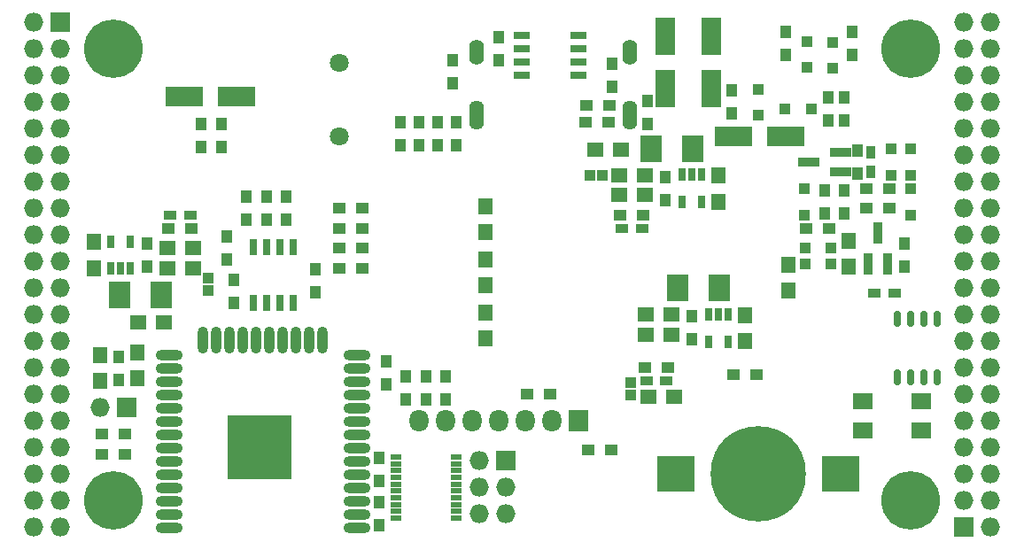
<source format=gbs>
G04 #@! TF.FileFunction,Soldermask,Bot*
%FSLAX46Y46*%
G04 Gerber Fmt 4.6, Leading zero omitted, Abs format (unit mm)*
G04 Created by KiCad (PCBNEW 4.0.7+dfsg1-1) date Sun Oct 22 23:37:59 2017*
%MOMM*%
%LPD*%
G01*
G04 APERTURE LIST*
%ADD10C,0.100000*%
%ADD11R,1.100000X1.100000*%
%ADD12O,2.600000X1.000000*%
%ADD13O,1.000000X2.600000*%
%ADD14R,6.100000X6.100000*%
%ADD15R,1.900000X3.600000*%
%ADD16R,1.000000X1.300000*%
%ADD17R,2.100000X2.600000*%
%ADD18R,0.800000X1.300000*%
%ADD19R,1.350000X1.600000*%
%ADD20R,1.600000X1.350000*%
%ADD21O,0.709600X1.573200*%
%ADD22R,0.900000X2.000000*%
%ADD23R,2.000000X0.900000*%
%ADD24R,1.300000X0.850000*%
%ADD25R,0.850000X1.300000*%
%ADD26R,1.300000X1.000000*%
%ADD27R,0.700000X1.650000*%
%ADD28R,1.650000X0.700000*%
%ADD29R,1.827200X1.827200*%
%ADD30O,1.827200X1.827200*%
%ADD31C,5.600000*%
%ADD32R,1.100000X0.500000*%
%ADD33R,1.827200X2.132000*%
%ADD34O,1.827200X2.132000*%
%ADD35C,1.800000*%
%ADD36O,1.400000X2.800000*%
%ADD37O,1.400000X2.400000*%
%ADD38R,1.900000X1.500000*%
%ADD39R,3.600000X1.900000*%
%ADD40R,3.600000X3.400000*%
%ADD41C,9.100000*%
G04 APERTURE END LIST*
D10*
D11*
X152393000Y-97142000D03*
X152393000Y-98342000D03*
D12*
X126260434Y-111030338D03*
X126260434Y-109760338D03*
X126260434Y-108490338D03*
X126260434Y-107220338D03*
X126260434Y-105950338D03*
X126260434Y-104680338D03*
X126260434Y-103410338D03*
X126260434Y-102140338D03*
X126260434Y-100870338D03*
X126260434Y-99600338D03*
X126260434Y-98330338D03*
X126260434Y-97060338D03*
X126260434Y-95790338D03*
X126260434Y-94520338D03*
D13*
X122975434Y-93030338D03*
X121705434Y-93030338D03*
X120435434Y-93030338D03*
X119165434Y-93030338D03*
X117895434Y-93030338D03*
X116625434Y-93030338D03*
X115355434Y-93030338D03*
X114085434Y-93030338D03*
X112815434Y-93030338D03*
X111545434Y-93030338D03*
D12*
X108260434Y-94520338D03*
X108260434Y-95790338D03*
X108260434Y-97060338D03*
X108260434Y-98330338D03*
X108260434Y-99600338D03*
X108260434Y-100870338D03*
X108260434Y-102140338D03*
X108260434Y-103410338D03*
X108260434Y-104680338D03*
X108260434Y-105950338D03*
X108260434Y-107220338D03*
X108260434Y-108490338D03*
X108260434Y-109760338D03*
X108260434Y-111030338D03*
D14*
X116960434Y-103330338D03*
D15*
X155695000Y-69000000D03*
X155695000Y-64000000D03*
D16*
X154044000Y-72426000D03*
X154044000Y-70226000D03*
D17*
X160870000Y-88090000D03*
X156870000Y-88090000D03*
D18*
X159825000Y-90600000D03*
X160775000Y-90600000D03*
X161725000Y-90600000D03*
X161725000Y-93200000D03*
X159825000Y-93200000D03*
D17*
X158330000Y-74755000D03*
X154330000Y-74755000D03*
D18*
X157285000Y-77235000D03*
X158235000Y-77235000D03*
X159185000Y-77235000D03*
X159185000Y-79835000D03*
X157285000Y-79835000D03*
D17*
X103530000Y-88725000D03*
X107530000Y-88725000D03*
D18*
X104575000Y-86215000D03*
X103625000Y-86215000D03*
X102675000Y-86215000D03*
X102675000Y-83615000D03*
X104575000Y-83615000D03*
D19*
X101085000Y-83665000D03*
X101085000Y-86165000D03*
D20*
X153810000Y-90630000D03*
X156310000Y-90630000D03*
X153810000Y-92535000D03*
X156310000Y-92535000D03*
D19*
X163315000Y-93150000D03*
X163315000Y-90650000D03*
D20*
X151270000Y-79200000D03*
X153770000Y-79200000D03*
X151270000Y-77295000D03*
X153770000Y-77295000D03*
D19*
X160775000Y-79815000D03*
X160775000Y-77315000D03*
D20*
X110590000Y-84280000D03*
X108090000Y-84280000D03*
X110590000Y-86185000D03*
X108090000Y-86185000D03*
D21*
X181730000Y-96599000D03*
X180460000Y-96599000D03*
X179190000Y-96599000D03*
X177920000Y-96599000D03*
X177920000Y-91011000D03*
X179190000Y-91011000D03*
X180460000Y-91011000D03*
X181730000Y-91011000D03*
D19*
X173221000Y-86038000D03*
X173221000Y-83538000D03*
D22*
X176965000Y-85780000D03*
X175065000Y-85780000D03*
X176015000Y-82780000D03*
D23*
X172435000Y-75075000D03*
X172435000Y-76975000D03*
X169435000Y-76025000D03*
D24*
X153910000Y-96910000D03*
X155810000Y-96910000D03*
X151570000Y-82375000D03*
X153470000Y-82375000D03*
X110290000Y-81105000D03*
X108390000Y-81105000D03*
D25*
X175380000Y-75075000D03*
X175380000Y-76975000D03*
D26*
X169200000Y-82375000D03*
X171400000Y-82375000D03*
D16*
X172840000Y-80935000D03*
X172840000Y-78735000D03*
D26*
X177115000Y-80470000D03*
X174915000Y-80470000D03*
D16*
X174110000Y-74925000D03*
X174110000Y-77125000D03*
X178555000Y-83815000D03*
X178555000Y-86015000D03*
X113785000Y-83180000D03*
X113785000Y-85380000D03*
X170935000Y-80935000D03*
X170935000Y-78735000D03*
X128390000Y-108580000D03*
X128390000Y-110780000D03*
D26*
X150572000Y-103584000D03*
X148372000Y-103584000D03*
X177115000Y-78565000D03*
X174915000Y-78565000D03*
X153760000Y-95640000D03*
X155960000Y-95640000D03*
X110440000Y-82375000D03*
X108240000Y-82375000D03*
X151420000Y-81105000D03*
X153620000Y-81105000D03*
D16*
X158235000Y-90800000D03*
X158235000Y-93000000D03*
X106165000Y-86015000D03*
X106165000Y-83815000D03*
X155695000Y-77465000D03*
X155695000Y-79665000D03*
D26*
X126782000Y-86185000D03*
X124582000Y-86185000D03*
X126782000Y-84279000D03*
X124582000Y-84279000D03*
X126782000Y-82375000D03*
X124582000Y-82375000D03*
X126782000Y-80470000D03*
X124582000Y-80470000D03*
D16*
X130422000Y-74458000D03*
X130422000Y-72258000D03*
X132200000Y-74458000D03*
X132200000Y-72258000D03*
X133978000Y-74458000D03*
X133978000Y-72258000D03*
X135756000Y-74458000D03*
X135756000Y-72258000D03*
D27*
X116325000Y-84120000D03*
X117595000Y-84120000D03*
X118865000Y-84120000D03*
X120135000Y-84120000D03*
X120135000Y-89520000D03*
X118865000Y-89520000D03*
X117595000Y-89520000D03*
X116325000Y-89520000D03*
D24*
X175700000Y-88598000D03*
X177600000Y-88598000D03*
D28*
X141980000Y-67705000D03*
X141980000Y-66435000D03*
X141980000Y-65165000D03*
X141980000Y-63895000D03*
X147380000Y-63895000D03*
X147380000Y-65165000D03*
X147380000Y-66435000D03*
X147380000Y-67705000D03*
D29*
X97910000Y-62690000D03*
D30*
X95370000Y-62690000D03*
X97910000Y-65230000D03*
X95370000Y-65230000D03*
X97910000Y-67770000D03*
X95370000Y-67770000D03*
X97910000Y-70310000D03*
X95370000Y-70310000D03*
X97910000Y-72850000D03*
X95370000Y-72850000D03*
X97910000Y-75390000D03*
X95370000Y-75390000D03*
X97910000Y-77930000D03*
X95370000Y-77930000D03*
X97910000Y-80470000D03*
X95370000Y-80470000D03*
X97910000Y-83010000D03*
X95370000Y-83010000D03*
X97910000Y-85550000D03*
X95370000Y-85550000D03*
X97910000Y-88090000D03*
X95370000Y-88090000D03*
X97910000Y-90630000D03*
X95370000Y-90630000D03*
X97910000Y-93170000D03*
X95370000Y-93170000D03*
X97910000Y-95710000D03*
X95370000Y-95710000D03*
X97910000Y-98250000D03*
X95370000Y-98250000D03*
X97910000Y-100790000D03*
X95370000Y-100790000D03*
X97910000Y-103330000D03*
X95370000Y-103330000D03*
X97910000Y-105870000D03*
X95370000Y-105870000D03*
X97910000Y-108410000D03*
X95370000Y-108410000D03*
X97910000Y-110950000D03*
X95370000Y-110950000D03*
D29*
X184270000Y-110950000D03*
D30*
X186810000Y-110950000D03*
X184270000Y-108410000D03*
X186810000Y-108410000D03*
X184270000Y-105870000D03*
X186810000Y-105870000D03*
X184270000Y-103330000D03*
X186810000Y-103330000D03*
X184270000Y-100790000D03*
X186810000Y-100790000D03*
X184270000Y-98250000D03*
X186810000Y-98250000D03*
X184270000Y-95710000D03*
X186810000Y-95710000D03*
X184270000Y-93170000D03*
X186810000Y-93170000D03*
X184270000Y-90630000D03*
X186810000Y-90630000D03*
X184270000Y-88090000D03*
X186810000Y-88090000D03*
X184270000Y-85550000D03*
X186810000Y-85550000D03*
X184270000Y-83010000D03*
X186810000Y-83010000D03*
X184270000Y-80470000D03*
X186810000Y-80470000D03*
X184270000Y-77930000D03*
X186810000Y-77930000D03*
X184270000Y-75390000D03*
X186810000Y-75390000D03*
X184270000Y-72850000D03*
X186810000Y-72850000D03*
X184270000Y-70310000D03*
X186810000Y-70310000D03*
X184270000Y-67770000D03*
X186810000Y-67770000D03*
X184270000Y-65230000D03*
X186810000Y-65230000D03*
X184270000Y-62690000D03*
X186810000Y-62690000D03*
D31*
X102990000Y-108410000D03*
X179190000Y-108410000D03*
X179190000Y-65230000D03*
X102990000Y-65230000D03*
D16*
X162045000Y-71410000D03*
X162045000Y-69210000D03*
X139820000Y-66330000D03*
X139820000Y-64130000D03*
X135375000Y-68532000D03*
X135375000Y-66332000D03*
X150615000Y-68870000D03*
X150615000Y-66670000D03*
D26*
X150275000Y-72215000D03*
X148075000Y-72215000D03*
X150380000Y-70600000D03*
X148180000Y-70600000D03*
D32*
X135735000Y-104215000D03*
X135735000Y-104865000D03*
X135735000Y-105515000D03*
X135735000Y-106165000D03*
X135735000Y-106815000D03*
X135735000Y-107465000D03*
X135735000Y-108115000D03*
X135735000Y-108765000D03*
X135735000Y-109415000D03*
X135735000Y-110065000D03*
X129935000Y-110065000D03*
X129935000Y-109415000D03*
X129935000Y-108765000D03*
X129935000Y-108115000D03*
X129935000Y-107465000D03*
X129935000Y-106815000D03*
X129935000Y-106165000D03*
X129935000Y-105515000D03*
X129935000Y-104865000D03*
X129935000Y-104215000D03*
D16*
X119500000Y-79370000D03*
X119500000Y-81570000D03*
X114480000Y-89500000D03*
X114480000Y-87300000D03*
X129025000Y-97275000D03*
X129025000Y-95075000D03*
X117595000Y-79370000D03*
X117595000Y-81570000D03*
X122280000Y-86300000D03*
X122280000Y-88500000D03*
X115690000Y-79370000D03*
X115690000Y-81570000D03*
D26*
X144730000Y-98250000D03*
X142530000Y-98250000D03*
D16*
X132835000Y-98715000D03*
X132835000Y-96515000D03*
X130930000Y-98715000D03*
X130930000Y-96515000D03*
D26*
X101890000Y-103965000D03*
X104090000Y-103965000D03*
D29*
X104260000Y-99520000D03*
D30*
X101720000Y-99520000D03*
D26*
X101890000Y-102060000D03*
X104090000Y-102060000D03*
D16*
X103498000Y-96894000D03*
X103498000Y-94694000D03*
D19*
X167506000Y-88324000D03*
X167506000Y-85824000D03*
D26*
X164415000Y-96345000D03*
X162215000Y-96345000D03*
D16*
X167252000Y-65822000D03*
X167252000Y-63622000D03*
D29*
X140455000Y-104600000D03*
D30*
X137915000Y-104600000D03*
X140455000Y-107140000D03*
X137915000Y-107140000D03*
X140455000Y-109680000D03*
X137915000Y-109680000D03*
D19*
X138550000Y-90396000D03*
X138550000Y-92896000D03*
X138550000Y-82736000D03*
X138550000Y-80236000D03*
X138550000Y-85316000D03*
X138550000Y-87816000D03*
X101720000Y-94460000D03*
X101720000Y-96960000D03*
D16*
X113277000Y-74585000D03*
X113277000Y-72385000D03*
X111372000Y-74585000D03*
X111372000Y-72385000D03*
X172840000Y-72045000D03*
X172840000Y-69845000D03*
X171316000Y-72045000D03*
X171316000Y-69845000D03*
D33*
X147440000Y-100790000D03*
D34*
X144900000Y-100790000D03*
X142360000Y-100790000D03*
X139820000Y-100790000D03*
X137280000Y-100790000D03*
X134740000Y-100790000D03*
X132200000Y-100790000D03*
D35*
X124580000Y-66540000D03*
X124580000Y-73540000D03*
D36*
X152280000Y-71550000D03*
X137680000Y-71550000D03*
D37*
X137680000Y-65500000D03*
X152280000Y-65500000D03*
D38*
X180212000Y-98882000D03*
X174612000Y-98882000D03*
X174612000Y-101682000D03*
X180212000Y-101682000D03*
D19*
X105276000Y-96706000D03*
X105276000Y-94206000D03*
D39*
X109761000Y-69802000D03*
X114761000Y-69802000D03*
X167212000Y-73612000D03*
X162212000Y-73612000D03*
D15*
X160140000Y-64000000D03*
X160140000Y-69000000D03*
D20*
X154064000Y-98504000D03*
X156564000Y-98504000D03*
X107796000Y-91392000D03*
X105296000Y-91392000D03*
X151484000Y-74882000D03*
X148984000Y-74882000D03*
D16*
X173602000Y-65822000D03*
X173602000Y-63622000D03*
X134740000Y-96515000D03*
X134740000Y-98715000D03*
D40*
X172485000Y-105870000D03*
X156685000Y-105870000D03*
D41*
X164585000Y-105870000D03*
D11*
X169284000Y-66988000D03*
X169284000Y-64488000D03*
X171697000Y-67081000D03*
X171697000Y-64581000D03*
X169050000Y-84280000D03*
X171550000Y-84280000D03*
X179190000Y-81085000D03*
X179190000Y-78585000D03*
X169030000Y-81085000D03*
X169030000Y-78585000D03*
X171550000Y-85804000D03*
X169050000Y-85804000D03*
X179190000Y-77275000D03*
X179190000Y-74775000D03*
X177285000Y-74775000D03*
X177285000Y-77275000D03*
X167145000Y-70945000D03*
X169645000Y-70945000D03*
X164585000Y-69060000D03*
X164585000Y-71560000D03*
X112007000Y-87109000D03*
X112007000Y-88309000D03*
X149691000Y-77295000D03*
X148491000Y-77295000D03*
D16*
X128390000Y-106546000D03*
X128390000Y-104346000D03*
M02*

</source>
